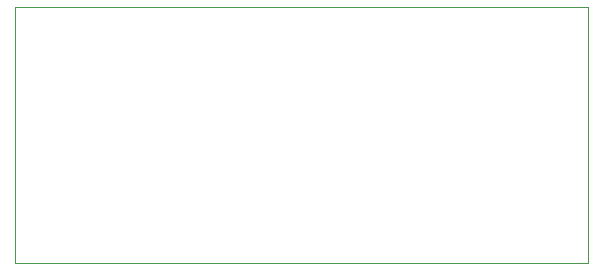
<source format=gm1>
G04 #@! TF.FileFunction,Profile,NP*
%FSLAX46Y46*%
G04 Gerber Fmt 4.6, Leading zero omitted, Abs format (unit mm)*
G04 Created by KiCad (PCBNEW 4.0.6) date 12/04/17 16:36:58*
%MOMM*%
%LPD*%
G01*
G04 APERTURE LIST*
%ADD10C,0.150000*%
%ADD11C,0.100000*%
G04 APERTURE END LIST*
D10*
D11*
X314410000Y-147200000D02*
X311100000Y-147200000D01*
X314410000Y-125500000D02*
X314410000Y-147200000D01*
X265900000Y-125500000D02*
X314410000Y-125500000D01*
X265900000Y-125500000D02*
X265900000Y-147200000D01*
X311100000Y-147200000D02*
X265900000Y-147200000D01*
M02*

</source>
